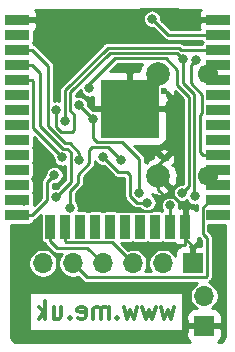
<source format=gbr>
%TF.GenerationSoftware,KiCad,Pcbnew,(5.1.9-0-10_14)*%
%TF.CreationDate,2021-05-15T15:54:00+01:00*%
%TF.ProjectId,Battery,42617474-6572-4792-9e6b-696361645f70,1*%
%TF.SameCoordinates,Original*%
%TF.FileFunction,Copper,L2,Bot*%
%TF.FilePolarity,Positive*%
%FSLAX46Y46*%
G04 Gerber Fmt 4.6, Leading zero omitted, Abs format (unit mm)*
G04 Created by KiCad (PCBNEW (5.1.9-0-10_14)) date 2021-05-15 15:54:00*
%MOMM*%
%LPD*%
G01*
G04 APERTURE LIST*
%TA.AperFunction,NonConductor*%
%ADD10C,0.300000*%
%TD*%
%TA.AperFunction,ComponentPad*%
%ADD11R,1.700000X1.700000*%
%TD*%
%TA.AperFunction,ComponentPad*%
%ADD12O,1.700000X1.700000*%
%TD*%
%TA.AperFunction,SMDPad,CuDef*%
%ADD13R,2.000000X0.900000*%
%TD*%
%TA.AperFunction,SMDPad,CuDef*%
%ADD14R,0.900000X2.000000*%
%TD*%
%TA.AperFunction,SMDPad,CuDef*%
%ADD15R,5.000000X5.000000*%
%TD*%
%TA.AperFunction,ComponentPad*%
%ADD16C,0.350000*%
%TD*%
%TA.AperFunction,ComponentPad*%
%ADD17C,1.700000*%
%TD*%
%TA.AperFunction,ComponentPad*%
%ADD18C,2.000000*%
%TD*%
%TA.AperFunction,ComponentPad*%
%ADD19C,0.600000*%
%TD*%
%TA.AperFunction,ViaPad*%
%ADD20C,0.800000*%
%TD*%
%TA.AperFunction,Conductor*%
%ADD21C,0.250000*%
%TD*%
%TA.AperFunction,Conductor*%
%ADD22C,0.254000*%
%TD*%
%TA.AperFunction,Conductor*%
%ADD23C,0.100000*%
%TD*%
G04 APERTURE END LIST*
D10*
X131485714Y-124178571D02*
X131200000Y-125178571D01*
X130914285Y-124464285D01*
X130628571Y-125178571D01*
X130342857Y-124178571D01*
X129914285Y-124178571D02*
X129628571Y-125178571D01*
X129342857Y-124464285D01*
X129057142Y-125178571D01*
X128771428Y-124178571D01*
X128342857Y-124178571D02*
X128057142Y-125178571D01*
X127771428Y-124464285D01*
X127485714Y-125178571D01*
X127200000Y-124178571D01*
X126628571Y-125035714D02*
X126557142Y-125107142D01*
X126628571Y-125178571D01*
X126700000Y-125107142D01*
X126628571Y-125035714D01*
X126628571Y-125178571D01*
X125914285Y-125178571D02*
X125914285Y-124178571D01*
X125914285Y-124321428D02*
X125842857Y-124250000D01*
X125700000Y-124178571D01*
X125485714Y-124178571D01*
X125342857Y-124250000D01*
X125271428Y-124392857D01*
X125271428Y-125178571D01*
X125271428Y-124392857D02*
X125200000Y-124250000D01*
X125057142Y-124178571D01*
X124842857Y-124178571D01*
X124700000Y-124250000D01*
X124628571Y-124392857D01*
X124628571Y-125178571D01*
X123342857Y-125107142D02*
X123485714Y-125178571D01*
X123771428Y-125178571D01*
X123914285Y-125107142D01*
X123985714Y-124964285D01*
X123985714Y-124392857D01*
X123914285Y-124250000D01*
X123771428Y-124178571D01*
X123485714Y-124178571D01*
X123342857Y-124250000D01*
X123271428Y-124392857D01*
X123271428Y-124535714D01*
X123985714Y-124678571D01*
X122628571Y-125035714D02*
X122557142Y-125107142D01*
X122628571Y-125178571D01*
X122700000Y-125107142D01*
X122628571Y-125035714D01*
X122628571Y-125178571D01*
X121271428Y-124178571D02*
X121271428Y-125178571D01*
X121914285Y-124178571D02*
X121914285Y-124964285D01*
X121842857Y-125107142D01*
X121700000Y-125178571D01*
X121485714Y-125178571D01*
X121342857Y-125107142D01*
X121271428Y-125035714D01*
X120557142Y-125178571D02*
X120557142Y-123678571D01*
X120414285Y-124607142D02*
X119985714Y-125178571D01*
X119985714Y-124178571D02*
X120557142Y-124750000D01*
D11*
%TO.P,J1,1*%
%TO.N,GND*%
X133045000Y-120500000D03*
D12*
%TO.P,J1,2*%
%TO.N,IO1*%
X130505000Y-120500000D03*
%TO.P,J1,3*%
%TO.N,IO2*%
X127965000Y-120500000D03*
%TO.P,J1,4*%
%TO.N,IO3*%
X125425000Y-120500000D03*
%TO.P,J1,5*%
%TO.N,IO4*%
X122885000Y-120500000D03*
%TO.P,J1,6*%
%TO.N,Net-(J1-Pad6)*%
X120345000Y-120500000D03*
%TD*%
D13*
%TO.P,U1,38*%
%TO.N,GND*%
X118200000Y-99895000D03*
%TO.P,U1,37*%
%TO.N,Net-(U1-Pad37)*%
X118200000Y-101165000D03*
%TO.P,U1,36*%
%TO.N,CBUS*%
X118200000Y-102435000D03*
%TO.P,U1,35*%
%TO.N,Net-(Q2-Pad1)*%
X118200000Y-103705000D03*
%TO.P,U1,34*%
%TO.N,I*%
X118200000Y-104975000D03*
%TO.P,U1,33*%
%TO.N,Net-(U1-Pad33)*%
X118200000Y-106245000D03*
%TO.P,U1,32*%
%TO.N,Net-(U1-Pad32)*%
X118200000Y-107515000D03*
%TO.P,U1,31*%
%TO.N,Net-(U1-Pad31)*%
X118200000Y-108785000D03*
%TO.P,U1,30*%
%TO.N,Net-(U1-Pad30)*%
X118200000Y-110055000D03*
%TO.P,U1,29*%
%TO.N,Net-(U1-Pad29)*%
X118200000Y-111325000D03*
%TO.P,U1,28*%
%TO.N,Net-(U1-Pad28)*%
X118200000Y-112595000D03*
%TO.P,U1,27*%
%TO.N,Net-(U1-Pad27)*%
X118200000Y-113865000D03*
%TO.P,U1,26*%
%TO.N,IO5*%
X118200000Y-115135000D03*
%TO.P,U1,25*%
%TO.N,Net-(Q1-Pad1)*%
X118200000Y-116405000D03*
D14*
%TO.P,U1,24*%
%TO.N,IO3*%
X120985000Y-117405000D03*
%TO.P,U1,23*%
%TO.N,IO2*%
X122255000Y-117405000D03*
%TO.P,U1,22*%
%TO.N,Net-(U1-Pad22)*%
X123525000Y-117405000D03*
%TO.P,U1,21*%
%TO.N,Net-(U1-Pad21)*%
X124795000Y-117405000D03*
%TO.P,U1,20*%
%TO.N,Net-(U1-Pad20)*%
X126065000Y-117405000D03*
%TO.P,U1,19*%
%TO.N,Net-(U1-Pad19)*%
X127335000Y-117405000D03*
%TO.P,U1,18*%
%TO.N,Net-(U1-Pad18)*%
X128605000Y-117405000D03*
%TO.P,U1,17*%
%TO.N,Net-(U1-Pad17)*%
X129875000Y-117405000D03*
%TO.P,U1,16*%
%TO.N,IO1*%
X131145000Y-117405000D03*
%TO.P,U1,15*%
%TO.N,GND*%
X132415000Y-117405000D03*
D13*
%TO.P,U1,14*%
%TO.N,Net-(U1-Pad14)*%
X135200000Y-116405000D03*
%TO.P,U1,13*%
%TO.N,IO4*%
X135200000Y-115135000D03*
%TO.P,U1,12*%
%TO.N,GND*%
X135200000Y-113865000D03*
%TO.P,U1,11*%
X135200000Y-112595000D03*
%TO.P,U1,10*%
%TO.N,Net-(D1-Pad1)*%
X135200000Y-111325000D03*
%TO.P,U1,9*%
%TO.N,Net-(U1-Pad9)*%
X135200000Y-110055000D03*
%TO.P,U1,8*%
%TO.N,Net-(U1-Pad8)*%
X135200000Y-108785000D03*
%TO.P,U1,7*%
%TO.N,Net-(U1-Pad7)*%
X135200000Y-107515000D03*
%TO.P,U1,6*%
%TO.N,Net-(U1-Pad6)*%
X135200000Y-106245000D03*
%TO.P,U1,5*%
%TO.N,GND*%
X135200000Y-104975000D03*
%TO.P,U1,4*%
X135200000Y-103705000D03*
%TO.P,U1,3*%
%TO.N,Net-(Q1-Pad3)*%
X135200000Y-102435000D03*
%TO.P,U1,2*%
%TO.N,+3V3*%
X135200000Y-101165000D03*
%TO.P,U1,1*%
%TO.N,GND*%
X135200000Y-99895000D03*
D15*
%TO.P,U1,39*%
X127700000Y-107395000D03*
%TD*%
D16*
%TO.P,U2,21*%
%TO.N,GND*%
X125325000Y-114625000D03*
%TD*%
D12*
%TO.P,J3,2*%
%TO.N,Net-(J3-Pad2)*%
X134000000Y-123260000D03*
D11*
%TO.P,J3,1*%
%TO.N,GND*%
X134000000Y-125800000D03*
%TD*%
D17*
%TO.P,J2,S1*%
%TO.N,GND*%
X134310000Y-104475000D03*
X134310000Y-113125000D03*
D18*
X130130000Y-104475000D03*
X130130000Y-113125000D03*
D19*
X130610000Y-105910000D03*
X130610000Y-111690000D03*
%TD*%
D20*
%TO.N,D+*%
X128496491Y-114526850D03*
X124578269Y-108324985D03*
X123400000Y-107100000D03*
%TO.N,GND*%
X127600000Y-105700000D03*
X127800000Y-99900000D03*
X129300000Y-101200000D03*
X135099978Y-120500000D03*
X119797858Y-113339079D03*
%TO.N,+3V3*%
X129600000Y-99800000D03*
X133263385Y-114841048D03*
X132200000Y-103200000D03*
X121499978Y-107489943D03*
%TO.N,VBUS*%
X129200000Y-115354989D03*
X125434619Y-111502420D03*
%TO.N,IO5*%
X118746112Y-115241552D03*
%TO.N,IO1*%
X131100000Y-115600000D03*
%TO.N,I*%
X122002091Y-111533132D03*
%TO.N,USB3.3*%
X122620319Y-115805000D03*
X126995431Y-111770111D03*
%TO.N,Net-(J3-Pad2)*%
X132124013Y-114525689D03*
X124300000Y-105700000D03*
%TO.N,Net-(Q2-Pad1)*%
X121448357Y-114878641D03*
%TO.N,CBUS*%
X123452103Y-111722555D03*
%TO.N,Net-(Q1-Pad3)*%
X122224988Y-108491963D03*
%TO.N,Net-(D1-Pad1)*%
X133300000Y-103300000D03*
%TO.N,Net-(Q1-Pad1)*%
X121324979Y-113000011D03*
%TD*%
D21*
%TO.N,D+*%
X128496491Y-111632903D02*
X127088576Y-110224988D01*
X128496491Y-114526850D02*
X128496491Y-111632903D01*
X124578269Y-108278269D02*
X123400000Y-107100000D01*
X124578269Y-108324985D02*
X124578269Y-108278269D01*
X124578269Y-109858271D02*
X124944986Y-110224988D01*
X124578269Y-108324985D02*
X124578269Y-109858271D01*
X124944986Y-110224988D02*
X126824988Y-110224988D01*
X127088576Y-110224988D02*
X126824988Y-110224988D01*
%TO.N,GND*%
X127700000Y-106905000D02*
X130130000Y-104475000D01*
X127700000Y-107395000D02*
X127700000Y-106905000D01*
X134840000Y-112595000D02*
X134310000Y-113125000D01*
X135200000Y-112595000D02*
X134840000Y-112595000D01*
X135050000Y-113865000D02*
X134310000Y-113125000D01*
X135200000Y-113865000D02*
X135050000Y-113865000D01*
X134810000Y-104975000D02*
X134310000Y-104475000D01*
X135200000Y-104975000D02*
X134810000Y-104975000D01*
X135080000Y-103705000D02*
X134310000Y-104475000D01*
X135200000Y-103705000D02*
X135080000Y-103705000D01*
X132415000Y-115841996D02*
X132415000Y-117405000D01*
X125325000Y-114625000D02*
X126779999Y-116079999D01*
X130751998Y-114874998D02*
X131448002Y-114874998D01*
X129546997Y-116079999D02*
X130751998Y-114874998D01*
X131448002Y-114874998D02*
X132415000Y-115841996D01*
X126779999Y-116079999D02*
X129546997Y-116079999D01*
X130130000Y-114253000D02*
X130751998Y-114874998D01*
X130130000Y-113125000D02*
X130130000Y-114253000D01*
X135200000Y-99895000D02*
X132595000Y-99895000D01*
X132595000Y-99895000D02*
X131700000Y-99000000D01*
X128700000Y-99000000D02*
X127800000Y-99900000D01*
X131700000Y-99000000D02*
X128700000Y-99000000D01*
X130130000Y-112170000D02*
X130610000Y-111690000D01*
X130130000Y-113125000D02*
X130130000Y-112170000D01*
X132415000Y-118915000D02*
X129185000Y-118915000D01*
X132415000Y-117405000D02*
X132415000Y-118915000D01*
X132415000Y-117405000D02*
X132415000Y-118415000D01*
X133045000Y-119045000D02*
X133045000Y-120500000D01*
X132415000Y-118415000D02*
X133045000Y-119045000D01*
%TO.N,+3V3*%
X130965000Y-101165000D02*
X129600000Y-99800000D01*
X135200000Y-101165000D02*
X130965000Y-101165000D01*
X133263385Y-114841048D02*
X133150009Y-114727672D01*
X133150009Y-113313599D02*
X133135000Y-113298590D01*
X133135000Y-113298590D02*
X133135000Y-106198589D01*
X133135000Y-106198589D02*
X132200000Y-105263590D01*
X133150009Y-114727672D02*
X133150009Y-113313599D01*
X132200000Y-105263590D02*
X132200000Y-103200000D01*
X122800000Y-109400000D02*
X121900000Y-109400000D01*
X122949989Y-107886399D02*
X122949989Y-109250011D01*
X121900000Y-109400000D02*
X121499978Y-108999978D01*
X122674999Y-106025001D02*
X122674999Y-107611409D01*
X121499978Y-108999978D02*
X121499978Y-107489943D01*
X122674999Y-107611409D02*
X122949989Y-107886399D01*
X126018195Y-102681805D02*
X122674999Y-106025001D01*
X131681805Y-102681805D02*
X126018195Y-102681805D01*
X122949989Y-109250011D02*
X122800000Y-109400000D01*
X132200000Y-103200000D02*
X131681805Y-102681805D01*
%TO.N,VBUS*%
X128289304Y-115354989D02*
X129200000Y-115354989D01*
X125434619Y-111502420D02*
X126732199Y-112800000D01*
X126732199Y-112800000D02*
X127500000Y-112800000D01*
X127767157Y-113067157D02*
X127767157Y-114832843D01*
X127500000Y-112800000D02*
X127767157Y-113067157D01*
X127767157Y-114832843D02*
X128289304Y-115354989D01*
%TO.N,IO5*%
X118200000Y-115135000D02*
X118639560Y-115135000D01*
X118639560Y-115135000D02*
X118746112Y-115241552D01*
%TO.N,IO4*%
X133874999Y-115798003D02*
X134538002Y-115135000D01*
X133874999Y-117980003D02*
X133874999Y-115798003D01*
X134220001Y-121610001D02*
X134220001Y-118325005D01*
X134538002Y-115135000D02*
X135200000Y-115135000D01*
X134220001Y-118325005D02*
X133874999Y-117980003D01*
X134155001Y-121675001D02*
X134220001Y-121610001D01*
X124060001Y-121675001D02*
X134155001Y-121675001D01*
X122885000Y-120500000D02*
X124060001Y-121675001D01*
%TO.N,IO3*%
X124105012Y-119180012D02*
X121510012Y-119180012D01*
X125425000Y-120500000D02*
X124105012Y-119180012D01*
X121510012Y-119180012D02*
X120985000Y-118655000D01*
X120985000Y-118655000D02*
X120985000Y-117405000D01*
%TO.N,IO2*%
X126195001Y-118730001D02*
X127965000Y-120500000D01*
X122330001Y-118730001D02*
X126195001Y-118730001D01*
X122255000Y-118655000D02*
X122330001Y-118730001D01*
X122255000Y-117405000D02*
X122255000Y-118655000D01*
%TO.N,IO1*%
X131145000Y-117405000D02*
X131145000Y-115645000D01*
X131145000Y-115645000D02*
X131100000Y-115600000D01*
%TO.N,I*%
X118200000Y-104975000D02*
X119450000Y-104975000D01*
X119450000Y-104975000D02*
X119549969Y-105074969D01*
X119549969Y-109081010D02*
X122002091Y-111533132D01*
X119549969Y-105074969D02*
X119549969Y-109081010D01*
%TO.N,USB3.3*%
X125900319Y-110674999D02*
X126995431Y-111770111D01*
X124488590Y-110674999D02*
X125900319Y-110674999D01*
X124249989Y-110913600D02*
X124488590Y-110674999D01*
X123300000Y-113700000D02*
X123300000Y-113000000D01*
X124249989Y-112050011D02*
X124249989Y-110913600D01*
X122620319Y-114379681D02*
X123300000Y-113700000D01*
X123300000Y-113000000D02*
X124249989Y-112050011D01*
X122620319Y-115805000D02*
X122620319Y-114379681D01*
%TO.N,Net-(J3-Pad2)*%
X132684989Y-113484989D02*
X132699999Y-113499999D01*
X132699999Y-113949703D02*
X132524012Y-114125690D01*
X132524012Y-114125690D02*
X132124013Y-114525689D01*
X130747818Y-103131816D02*
X131724014Y-104108012D01*
X132699999Y-113499999D02*
X132699999Y-113949703D01*
X131724014Y-105424014D02*
X132684989Y-106384989D01*
X132684989Y-106384989D02*
X132684989Y-113484989D01*
X126468184Y-103131816D02*
X130747818Y-103131816D01*
X124520043Y-105079957D02*
X126468184Y-103131816D01*
X131724014Y-104108012D02*
X131724014Y-105424014D01*
X124300000Y-105300000D02*
X124520043Y-105079957D01*
X124300000Y-105700000D02*
X124300000Y-105300000D01*
%TO.N,Net-(Q2-Pad1)*%
X119450000Y-103705000D02*
X120099980Y-104354980D01*
X122727101Y-113599897D02*
X121448357Y-114878641D01*
X118200000Y-103705000D02*
X119450000Y-103705000D01*
X120099980Y-104354980D02*
X120099980Y-108872801D01*
X122027200Y-110800022D02*
X122427202Y-110800022D01*
X122427202Y-110800022D02*
X122727101Y-111099921D01*
X122727101Y-111099921D02*
X122727101Y-113599897D01*
X120099980Y-108872801D02*
X122027200Y-110800022D01*
%TO.N,CBUS*%
X122645245Y-110350011D02*
X123452103Y-111156870D01*
X122213600Y-110350011D02*
X122645245Y-110350011D01*
X118200000Y-102435000D02*
X119450000Y-102435000D01*
X120774976Y-103759976D02*
X120774976Y-108911387D01*
X123452103Y-111156870D02*
X123452103Y-111722555D01*
X119450000Y-102435000D02*
X120774976Y-103759976D01*
X120774976Y-108911387D02*
X122213600Y-110350011D01*
%TO.N,Net-(Q1-Pad3)*%
X122224988Y-105838600D02*
X122224988Y-108491963D01*
X135200000Y-102435000D02*
X132071411Y-102435000D01*
X125831794Y-102231794D02*
X122224988Y-105838600D01*
X131868205Y-102231794D02*
X125831794Y-102231794D01*
X132071411Y-102435000D02*
X131868205Y-102231794D01*
%TO.N,Net-(D1-Pad1)*%
X132900001Y-105263591D02*
X133850009Y-106213599D01*
X133662500Y-111037500D02*
X133950000Y-111325000D01*
X133300000Y-103300000D02*
X132900001Y-103699999D01*
X133850009Y-106213599D02*
X133850009Y-107786401D01*
X132900001Y-103699999D02*
X132900001Y-105263591D01*
X133850009Y-107786401D02*
X133662500Y-107973910D01*
X133662500Y-107973910D02*
X133662500Y-111037500D01*
X133950000Y-111325000D02*
X135200000Y-111325000D01*
%TO.N,Net-(Q1-Pad1)*%
X119458573Y-116405000D02*
X120723355Y-115140218D01*
X120723355Y-113601635D02*
X121324979Y-113000011D01*
X120723355Y-115140218D02*
X120723355Y-113601635D01*
X118200000Y-116405000D02*
X119458573Y-116405000D01*
%TD*%
D22*
%TO.N,GND*%
X120156176Y-118405000D02*
X120163455Y-118478905D01*
X120185012Y-118549970D01*
X120220019Y-118615463D01*
X120267131Y-118672869D01*
X120324537Y-118719981D01*
X120390030Y-118754988D01*
X120461095Y-118776545D01*
X120498397Y-118780219D01*
X120518969Y-118848035D01*
X120565583Y-118935245D01*
X120628316Y-119011684D01*
X120647467Y-119027401D01*
X121137615Y-119517550D01*
X121153328Y-119536696D01*
X121229767Y-119599429D01*
X121316976Y-119646043D01*
X121411603Y-119674748D01*
X121485359Y-119682012D01*
X121485368Y-119682012D01*
X121510011Y-119684439D01*
X121534654Y-119682012D01*
X121967748Y-119682012D01*
X121931927Y-119717833D01*
X121797647Y-119918798D01*
X121705153Y-120142097D01*
X121658000Y-120379151D01*
X121658000Y-120620849D01*
X121705153Y-120857903D01*
X121797647Y-121081202D01*
X121931927Y-121282167D01*
X122102833Y-121453073D01*
X122303798Y-121587353D01*
X122527097Y-121679847D01*
X122764151Y-121727000D01*
X123005849Y-121727000D01*
X123242903Y-121679847D01*
X123322105Y-121647040D01*
X123687604Y-122012539D01*
X123703317Y-122031685D01*
X123779756Y-122094418D01*
X123866965Y-122141032D01*
X123961592Y-122169737D01*
X124035348Y-122177001D01*
X124035357Y-122177001D01*
X124060000Y-122179428D01*
X124084643Y-122177001D01*
X133412282Y-122177001D01*
X133217833Y-122306927D01*
X133046927Y-122477833D01*
X132912647Y-122678798D01*
X132820153Y-122902097D01*
X132773000Y-123139151D01*
X132773000Y-123380849D01*
X132820153Y-123617903D01*
X132912647Y-123841202D01*
X133046927Y-124042167D01*
X133217833Y-124213073D01*
X133367553Y-124313112D01*
X133150000Y-124311928D01*
X133025518Y-124324188D01*
X132905820Y-124360498D01*
X132795506Y-124419463D01*
X132698815Y-124498815D01*
X132619463Y-124595506D01*
X132560498Y-124705820D01*
X132524188Y-124825518D01*
X132511928Y-124950000D01*
X132515000Y-125514250D01*
X132673750Y-125673000D01*
X133873000Y-125673000D01*
X133873000Y-125653000D01*
X134127000Y-125653000D01*
X134127000Y-125673000D01*
X135326250Y-125673000D01*
X135485000Y-125514250D01*
X135488072Y-124950000D01*
X135475812Y-124825518D01*
X135439502Y-124705820D01*
X135380537Y-124595506D01*
X135301185Y-124498815D01*
X135204494Y-124419463D01*
X135094180Y-124360498D01*
X134974482Y-124324188D01*
X134850000Y-124311928D01*
X134632447Y-124313112D01*
X134782167Y-124213073D01*
X134953073Y-124042167D01*
X135087353Y-123841202D01*
X135179847Y-123617903D01*
X135227000Y-123380849D01*
X135227000Y-123139151D01*
X135179847Y-122902097D01*
X135087353Y-122678798D01*
X134953073Y-122477833D01*
X134782167Y-122306927D01*
X134581202Y-122172647D01*
X134416514Y-122104431D01*
X134435246Y-122094418D01*
X134511685Y-122031685D01*
X134527403Y-122012533D01*
X134557533Y-121982403D01*
X134576685Y-121966685D01*
X134639418Y-121890246D01*
X134686032Y-121803037D01*
X134714737Y-121708410D01*
X134722001Y-121634654D01*
X134722001Y-121634644D01*
X134724428Y-121610001D01*
X134722001Y-121585358D01*
X134722001Y-118349650D01*
X134724428Y-118325005D01*
X134722001Y-118300359D01*
X134722001Y-118300352D01*
X134714737Y-118226596D01*
X134698491Y-118173039D01*
X134686032Y-118131968D01*
X134639418Y-118044759D01*
X134592401Y-117987470D01*
X134592398Y-117987467D01*
X134576685Y-117968321D01*
X134557538Y-117952608D01*
X134376999Y-117772069D01*
X134376999Y-117233824D01*
X135773000Y-117233824D01*
X135773000Y-126579117D01*
X135760078Y-126710899D01*
X135727873Y-126817570D01*
X135675558Y-126915961D01*
X135605130Y-127002313D01*
X135519270Y-127073343D01*
X135421255Y-127126339D01*
X135314807Y-127159290D01*
X135217983Y-127169467D01*
X135301185Y-127101185D01*
X135380537Y-127004494D01*
X135439502Y-126894180D01*
X135475812Y-126774482D01*
X135488072Y-126650000D01*
X135485000Y-126085750D01*
X135326250Y-125927000D01*
X134127000Y-125927000D01*
X134127000Y-125947000D01*
X133873000Y-125947000D01*
X133873000Y-125927000D01*
X132673750Y-125927000D01*
X132515000Y-126085750D01*
X132511928Y-126650000D01*
X132524188Y-126774482D01*
X132560498Y-126894180D01*
X132619463Y-127004494D01*
X132698815Y-127101185D01*
X132786322Y-127173000D01*
X118220883Y-127173000D01*
X118089101Y-127160078D01*
X117982430Y-127127873D01*
X117884039Y-127075558D01*
X117797687Y-127005130D01*
X117726657Y-126919270D01*
X117673661Y-126821255D01*
X117640710Y-126714807D01*
X117627000Y-126584371D01*
X117627000Y-122968000D01*
X119173000Y-122968000D01*
X119173000Y-126272000D01*
X132227000Y-126272000D01*
X132227000Y-122968000D01*
X119173000Y-122968000D01*
X117627000Y-122968000D01*
X117627000Y-120379151D01*
X119118000Y-120379151D01*
X119118000Y-120620849D01*
X119165153Y-120857903D01*
X119257647Y-121081202D01*
X119391927Y-121282167D01*
X119562833Y-121453073D01*
X119763798Y-121587353D01*
X119987097Y-121679847D01*
X120224151Y-121727000D01*
X120465849Y-121727000D01*
X120702903Y-121679847D01*
X120926202Y-121587353D01*
X121127167Y-121453073D01*
X121298073Y-121282167D01*
X121432353Y-121081202D01*
X121524847Y-120857903D01*
X121572000Y-120620849D01*
X121572000Y-120379151D01*
X121524847Y-120142097D01*
X121432353Y-119918798D01*
X121298073Y-119717833D01*
X121127167Y-119546927D01*
X120926202Y-119412647D01*
X120702903Y-119320153D01*
X120465849Y-119273000D01*
X120224151Y-119273000D01*
X119987097Y-119320153D01*
X119763798Y-119412647D01*
X119562833Y-119546927D01*
X119391927Y-119717833D01*
X119257647Y-119918798D01*
X119165153Y-120142097D01*
X119118000Y-120379151D01*
X117627000Y-120379151D01*
X117627000Y-117233824D01*
X119200000Y-117233824D01*
X119273905Y-117226545D01*
X119344970Y-117204988D01*
X119410463Y-117169981D01*
X119467869Y-117122869D01*
X119514981Y-117065463D01*
X119549988Y-116999970D01*
X119571545Y-116928905D01*
X119574955Y-116894284D01*
X119651609Y-116871031D01*
X119738818Y-116824417D01*
X119815257Y-116761684D01*
X119830974Y-116742533D01*
X120156176Y-116417332D01*
X120156176Y-118405000D01*
%TA.AperFunction,Conductor*%
D23*
G36*
X120156176Y-118405000D02*
G01*
X120163455Y-118478905D01*
X120185012Y-118549970D01*
X120220019Y-118615463D01*
X120267131Y-118672869D01*
X120324537Y-118719981D01*
X120390030Y-118754988D01*
X120461095Y-118776545D01*
X120498397Y-118780219D01*
X120518969Y-118848035D01*
X120565583Y-118935245D01*
X120628316Y-119011684D01*
X120647467Y-119027401D01*
X121137615Y-119517550D01*
X121153328Y-119536696D01*
X121229767Y-119599429D01*
X121316976Y-119646043D01*
X121411603Y-119674748D01*
X121485359Y-119682012D01*
X121485368Y-119682012D01*
X121510011Y-119684439D01*
X121534654Y-119682012D01*
X121967748Y-119682012D01*
X121931927Y-119717833D01*
X121797647Y-119918798D01*
X121705153Y-120142097D01*
X121658000Y-120379151D01*
X121658000Y-120620849D01*
X121705153Y-120857903D01*
X121797647Y-121081202D01*
X121931927Y-121282167D01*
X122102833Y-121453073D01*
X122303798Y-121587353D01*
X122527097Y-121679847D01*
X122764151Y-121727000D01*
X123005849Y-121727000D01*
X123242903Y-121679847D01*
X123322105Y-121647040D01*
X123687604Y-122012539D01*
X123703317Y-122031685D01*
X123779756Y-122094418D01*
X123866965Y-122141032D01*
X123961592Y-122169737D01*
X124035348Y-122177001D01*
X124035357Y-122177001D01*
X124060000Y-122179428D01*
X124084643Y-122177001D01*
X133412282Y-122177001D01*
X133217833Y-122306927D01*
X133046927Y-122477833D01*
X132912647Y-122678798D01*
X132820153Y-122902097D01*
X132773000Y-123139151D01*
X132773000Y-123380849D01*
X132820153Y-123617903D01*
X132912647Y-123841202D01*
X133046927Y-124042167D01*
X133217833Y-124213073D01*
X133367553Y-124313112D01*
X133150000Y-124311928D01*
X133025518Y-124324188D01*
X132905820Y-124360498D01*
X132795506Y-124419463D01*
X132698815Y-124498815D01*
X132619463Y-124595506D01*
X132560498Y-124705820D01*
X132524188Y-124825518D01*
X132511928Y-124950000D01*
X132515000Y-125514250D01*
X132673750Y-125673000D01*
X133873000Y-125673000D01*
X133873000Y-125653000D01*
X134127000Y-125653000D01*
X134127000Y-125673000D01*
X135326250Y-125673000D01*
X135485000Y-125514250D01*
X135488072Y-124950000D01*
X135475812Y-124825518D01*
X135439502Y-124705820D01*
X135380537Y-124595506D01*
X135301185Y-124498815D01*
X135204494Y-124419463D01*
X135094180Y-124360498D01*
X134974482Y-124324188D01*
X134850000Y-124311928D01*
X134632447Y-124313112D01*
X134782167Y-124213073D01*
X134953073Y-124042167D01*
X135087353Y-123841202D01*
X135179847Y-123617903D01*
X135227000Y-123380849D01*
X135227000Y-123139151D01*
X135179847Y-122902097D01*
X135087353Y-122678798D01*
X134953073Y-122477833D01*
X134782167Y-122306927D01*
X134581202Y-122172647D01*
X134416514Y-122104431D01*
X134435246Y-122094418D01*
X134511685Y-122031685D01*
X134527403Y-122012533D01*
X134557533Y-121982403D01*
X134576685Y-121966685D01*
X134639418Y-121890246D01*
X134686032Y-121803037D01*
X134714737Y-121708410D01*
X134722001Y-121634654D01*
X134722001Y-121634644D01*
X134724428Y-121610001D01*
X134722001Y-121585358D01*
X134722001Y-118349650D01*
X134724428Y-118325005D01*
X134722001Y-118300359D01*
X134722001Y-118300352D01*
X134714737Y-118226596D01*
X134698491Y-118173039D01*
X134686032Y-118131968D01*
X134639418Y-118044759D01*
X134592401Y-117987470D01*
X134592398Y-117987467D01*
X134576685Y-117968321D01*
X134557538Y-117952608D01*
X134376999Y-117772069D01*
X134376999Y-117233824D01*
X135773000Y-117233824D01*
X135773000Y-126579117D01*
X135760078Y-126710899D01*
X135727873Y-126817570D01*
X135675558Y-126915961D01*
X135605130Y-127002313D01*
X135519270Y-127073343D01*
X135421255Y-127126339D01*
X135314807Y-127159290D01*
X135217983Y-127169467D01*
X135301185Y-127101185D01*
X135380537Y-127004494D01*
X135439502Y-126894180D01*
X135475812Y-126774482D01*
X135488072Y-126650000D01*
X135485000Y-126085750D01*
X135326250Y-125927000D01*
X134127000Y-125927000D01*
X134127000Y-125947000D01*
X133873000Y-125947000D01*
X133873000Y-125927000D01*
X132673750Y-125927000D01*
X132515000Y-126085750D01*
X132511928Y-126650000D01*
X132524188Y-126774482D01*
X132560498Y-126894180D01*
X132619463Y-127004494D01*
X132698815Y-127101185D01*
X132786322Y-127173000D01*
X118220883Y-127173000D01*
X118089101Y-127160078D01*
X117982430Y-127127873D01*
X117884039Y-127075558D01*
X117797687Y-127005130D01*
X117726657Y-126919270D01*
X117673661Y-126821255D01*
X117640710Y-126714807D01*
X117627000Y-126584371D01*
X117627000Y-122968000D01*
X119173000Y-122968000D01*
X119173000Y-126272000D01*
X132227000Y-126272000D01*
X132227000Y-122968000D01*
X119173000Y-122968000D01*
X117627000Y-122968000D01*
X117627000Y-120379151D01*
X119118000Y-120379151D01*
X119118000Y-120620849D01*
X119165153Y-120857903D01*
X119257647Y-121081202D01*
X119391927Y-121282167D01*
X119562833Y-121453073D01*
X119763798Y-121587353D01*
X119987097Y-121679847D01*
X120224151Y-121727000D01*
X120465849Y-121727000D01*
X120702903Y-121679847D01*
X120926202Y-121587353D01*
X121127167Y-121453073D01*
X121298073Y-121282167D01*
X121432353Y-121081202D01*
X121524847Y-120857903D01*
X121572000Y-120620849D01*
X121572000Y-120379151D01*
X121524847Y-120142097D01*
X121432353Y-119918798D01*
X121298073Y-119717833D01*
X121127167Y-119546927D01*
X120926202Y-119412647D01*
X120702903Y-119320153D01*
X120465849Y-119273000D01*
X120224151Y-119273000D01*
X119987097Y-119320153D01*
X119763798Y-119412647D01*
X119562833Y-119546927D01*
X119391927Y-119717833D01*
X119257647Y-119918798D01*
X119165153Y-120142097D01*
X119118000Y-120379151D01*
X117627000Y-120379151D01*
X117627000Y-117233824D01*
X119200000Y-117233824D01*
X119273905Y-117226545D01*
X119344970Y-117204988D01*
X119410463Y-117169981D01*
X119467869Y-117122869D01*
X119514981Y-117065463D01*
X119549988Y-116999970D01*
X119571545Y-116928905D01*
X119574955Y-116894284D01*
X119651609Y-116871031D01*
X119738818Y-116824417D01*
X119815257Y-116761684D01*
X119830974Y-116742533D01*
X120156176Y-116417332D01*
X120156176Y-118405000D01*
G37*
%TD.AperFunction*%
D22*
X130550030Y-118754988D02*
X130621095Y-118776545D01*
X130695000Y-118783824D01*
X131454430Y-118783824D01*
X131513815Y-118856185D01*
X131610506Y-118935537D01*
X131720820Y-118994502D01*
X131840518Y-119030812D01*
X131965000Y-119043072D01*
X132011109Y-119042210D01*
X131950820Y-119060498D01*
X131840506Y-119119463D01*
X131743815Y-119198815D01*
X131664463Y-119295506D01*
X131605498Y-119405820D01*
X131569188Y-119525518D01*
X131556928Y-119650000D01*
X131558112Y-119867553D01*
X131458073Y-119717833D01*
X131287167Y-119546927D01*
X131086202Y-119412647D01*
X130862903Y-119320153D01*
X130625849Y-119273000D01*
X130384151Y-119273000D01*
X130147097Y-119320153D01*
X129923798Y-119412647D01*
X129722833Y-119546927D01*
X129551927Y-119717833D01*
X129417647Y-119918798D01*
X129325153Y-120142097D01*
X129278000Y-120379151D01*
X129278000Y-120620849D01*
X129325153Y-120857903D01*
X129417647Y-121081202D01*
X129478985Y-121173001D01*
X128991015Y-121173001D01*
X129052353Y-121081202D01*
X129144847Y-120857903D01*
X129192000Y-120620849D01*
X129192000Y-120379151D01*
X129144847Y-120142097D01*
X129052353Y-119918798D01*
X128918073Y-119717833D01*
X128747167Y-119546927D01*
X128546202Y-119412647D01*
X128322903Y-119320153D01*
X128085849Y-119273000D01*
X127844151Y-119273000D01*
X127607097Y-119320153D01*
X127527895Y-119352960D01*
X126958758Y-118783824D01*
X127785000Y-118783824D01*
X127858905Y-118776545D01*
X127929970Y-118754988D01*
X127970000Y-118733591D01*
X128010030Y-118754988D01*
X128081095Y-118776545D01*
X128155000Y-118783824D01*
X129055000Y-118783824D01*
X129128905Y-118776545D01*
X129199970Y-118754988D01*
X129240000Y-118733591D01*
X129280030Y-118754988D01*
X129351095Y-118776545D01*
X129425000Y-118783824D01*
X130325000Y-118783824D01*
X130398905Y-118776545D01*
X130469970Y-118754988D01*
X130510000Y-118733591D01*
X130550030Y-118754988D01*
%TA.AperFunction,Conductor*%
D23*
G36*
X130550030Y-118754988D02*
G01*
X130621095Y-118776545D01*
X130695000Y-118783824D01*
X131454430Y-118783824D01*
X131513815Y-118856185D01*
X131610506Y-118935537D01*
X131720820Y-118994502D01*
X131840518Y-119030812D01*
X131965000Y-119043072D01*
X132011109Y-119042210D01*
X131950820Y-119060498D01*
X131840506Y-119119463D01*
X131743815Y-119198815D01*
X131664463Y-119295506D01*
X131605498Y-119405820D01*
X131569188Y-119525518D01*
X131556928Y-119650000D01*
X131558112Y-119867553D01*
X131458073Y-119717833D01*
X131287167Y-119546927D01*
X131086202Y-119412647D01*
X130862903Y-119320153D01*
X130625849Y-119273000D01*
X130384151Y-119273000D01*
X130147097Y-119320153D01*
X129923798Y-119412647D01*
X129722833Y-119546927D01*
X129551927Y-119717833D01*
X129417647Y-119918798D01*
X129325153Y-120142097D01*
X129278000Y-120379151D01*
X129278000Y-120620849D01*
X129325153Y-120857903D01*
X129417647Y-121081202D01*
X129478985Y-121173001D01*
X128991015Y-121173001D01*
X129052353Y-121081202D01*
X129144847Y-120857903D01*
X129192000Y-120620849D01*
X129192000Y-120379151D01*
X129144847Y-120142097D01*
X129052353Y-119918798D01*
X128918073Y-119717833D01*
X128747167Y-119546927D01*
X128546202Y-119412647D01*
X128322903Y-119320153D01*
X128085849Y-119273000D01*
X127844151Y-119273000D01*
X127607097Y-119320153D01*
X127527895Y-119352960D01*
X126958758Y-118783824D01*
X127785000Y-118783824D01*
X127858905Y-118776545D01*
X127929970Y-118754988D01*
X127970000Y-118733591D01*
X128010030Y-118754988D01*
X128081095Y-118776545D01*
X128155000Y-118783824D01*
X129055000Y-118783824D01*
X129128905Y-118776545D01*
X129199970Y-118754988D01*
X129240000Y-118733591D01*
X129280030Y-118754988D01*
X129351095Y-118776545D01*
X129425000Y-118783824D01*
X130325000Y-118783824D01*
X130398905Y-118776545D01*
X130469970Y-118754988D01*
X130510000Y-118733591D01*
X130550030Y-118754988D01*
G37*
%TD.AperFunction*%
D22*
X133518315Y-118336687D02*
X133537466Y-118352404D01*
X133718002Y-118532940D01*
X133718002Y-119012892D01*
X133330750Y-119015000D01*
X133172000Y-119173750D01*
X133172000Y-120373000D01*
X133192000Y-120373000D01*
X133192000Y-120627000D01*
X133172000Y-120627000D01*
X133172000Y-120647000D01*
X132918000Y-120647000D01*
X132918000Y-120627000D01*
X132898000Y-120627000D01*
X132898000Y-120373000D01*
X132918000Y-120373000D01*
X132918000Y-119173750D01*
X132785841Y-119041591D01*
X132865000Y-119043072D01*
X132989482Y-119030812D01*
X133109180Y-118994502D01*
X133219494Y-118935537D01*
X133316185Y-118856185D01*
X133395537Y-118759494D01*
X133454502Y-118649180D01*
X133490812Y-118529482D01*
X133503072Y-118405000D01*
X133502696Y-118317656D01*
X133518315Y-118336687D01*
%TA.AperFunction,Conductor*%
D23*
G36*
X133518315Y-118336687D02*
G01*
X133537466Y-118352404D01*
X133718002Y-118532940D01*
X133718002Y-119012892D01*
X133330750Y-119015000D01*
X133172000Y-119173750D01*
X133172000Y-120373000D01*
X133192000Y-120373000D01*
X133192000Y-120627000D01*
X133172000Y-120627000D01*
X133172000Y-120647000D01*
X132918000Y-120647000D01*
X132918000Y-120627000D01*
X132898000Y-120627000D01*
X132898000Y-120373000D01*
X132918000Y-120373000D01*
X132918000Y-119173750D01*
X132785841Y-119041591D01*
X132865000Y-119043072D01*
X132989482Y-119030812D01*
X133109180Y-118994502D01*
X133219494Y-118935537D01*
X133316185Y-118856185D01*
X133395537Y-118759494D01*
X133454502Y-118649180D01*
X133490812Y-118529482D01*
X133503072Y-118405000D01*
X133502696Y-118317656D01*
X133518315Y-118336687D01*
G37*
%TD.AperFunction*%
D22*
X132574816Y-115209096D02*
X132659849Y-115336357D01*
X132768076Y-115444584D01*
X132895337Y-115529617D01*
X133036742Y-115588189D01*
X133186857Y-115618048D01*
X133339913Y-115618048D01*
X133409361Y-115604234D01*
X133408969Y-115604967D01*
X133380264Y-115699594D01*
X133370572Y-115798003D01*
X133373000Y-115822656D01*
X133373000Y-116023044D01*
X133316185Y-115953815D01*
X133219494Y-115874463D01*
X133109180Y-115815498D01*
X132989482Y-115779188D01*
X132865000Y-115766928D01*
X132700750Y-115770000D01*
X132542000Y-115928750D01*
X132542000Y-117278000D01*
X132562000Y-117278000D01*
X132562000Y-117532000D01*
X132542000Y-117532000D01*
X132542000Y-117552000D01*
X132288000Y-117552000D01*
X132288000Y-117532000D01*
X132268000Y-117532000D01*
X132268000Y-117278000D01*
X132288000Y-117278000D01*
X132288000Y-115928750D01*
X132129250Y-115770000D01*
X131965000Y-115766928D01*
X131856901Y-115777574D01*
X131877000Y-115676528D01*
X131877000Y-115523472D01*
X131847141Y-115373357D01*
X131788569Y-115231952D01*
X131784699Y-115226160D01*
X131897370Y-115272830D01*
X132047485Y-115302689D01*
X132200541Y-115302689D01*
X132350656Y-115272830D01*
X132492061Y-115214258D01*
X132558552Y-115169830D01*
X132574816Y-115209096D01*
%TA.AperFunction,Conductor*%
D23*
G36*
X132574816Y-115209096D02*
G01*
X132659849Y-115336357D01*
X132768076Y-115444584D01*
X132895337Y-115529617D01*
X133036742Y-115588189D01*
X133186857Y-115618048D01*
X133339913Y-115618048D01*
X133409361Y-115604234D01*
X133408969Y-115604967D01*
X133380264Y-115699594D01*
X133370572Y-115798003D01*
X133373000Y-115822656D01*
X133373000Y-116023044D01*
X133316185Y-115953815D01*
X133219494Y-115874463D01*
X133109180Y-115815498D01*
X132989482Y-115779188D01*
X132865000Y-115766928D01*
X132700750Y-115770000D01*
X132542000Y-115928750D01*
X132542000Y-117278000D01*
X132562000Y-117278000D01*
X132562000Y-117532000D01*
X132542000Y-117532000D01*
X132542000Y-117552000D01*
X132288000Y-117552000D01*
X132288000Y-117532000D01*
X132268000Y-117532000D01*
X132268000Y-117278000D01*
X132288000Y-117278000D01*
X132288000Y-115928750D01*
X132129250Y-115770000D01*
X131965000Y-115766928D01*
X131856901Y-115777574D01*
X131877000Y-115676528D01*
X131877000Y-115523472D01*
X131847141Y-115373357D01*
X131788569Y-115231952D01*
X131784699Y-115226160D01*
X131897370Y-115272830D01*
X132047485Y-115302689D01*
X132200541Y-115302689D01*
X132350656Y-115272830D01*
X132492061Y-115214258D01*
X132558552Y-115169830D01*
X132574816Y-115209096D01*
G37*
%TD.AperFunction*%
D22*
X124831083Y-111997729D02*
X124939310Y-112105956D01*
X125066571Y-112190989D01*
X125207976Y-112249561D01*
X125358091Y-112279420D01*
X125501685Y-112279420D01*
X126359802Y-113137538D01*
X126375515Y-113156684D01*
X126394661Y-113172397D01*
X126394663Y-113172399D01*
X126428515Y-113200181D01*
X126451954Y-113219417D01*
X126539163Y-113266031D01*
X126633790Y-113294736D01*
X126707546Y-113302000D01*
X126707555Y-113302000D01*
X126732198Y-113304427D01*
X126756841Y-113302000D01*
X127265157Y-113302000D01*
X127265158Y-114808191D01*
X127262730Y-114832843D01*
X127272422Y-114931252D01*
X127301127Y-115025880D01*
X127347741Y-115113088D01*
X127394758Y-115170378D01*
X127394761Y-115170381D01*
X127410474Y-115189527D01*
X127429620Y-115205240D01*
X127916907Y-115692527D01*
X127932620Y-115711673D01*
X127951766Y-115727386D01*
X127951769Y-115727389D01*
X127972664Y-115744537D01*
X128009059Y-115774406D01*
X128096268Y-115821020D01*
X128190895Y-115849725D01*
X128264651Y-115856989D01*
X128264659Y-115856989D01*
X128289304Y-115859416D01*
X128313947Y-115856989D01*
X128603155Y-115856989D01*
X128704691Y-115958525D01*
X128805938Y-116026176D01*
X128155000Y-116026176D01*
X128081095Y-116033455D01*
X128010030Y-116055012D01*
X127970000Y-116076409D01*
X127929970Y-116055012D01*
X127858905Y-116033455D01*
X127785000Y-116026176D01*
X126885000Y-116026176D01*
X126811095Y-116033455D01*
X126740030Y-116055012D01*
X126700000Y-116076409D01*
X126659970Y-116055012D01*
X126588905Y-116033455D01*
X126515000Y-116026176D01*
X125615000Y-116026176D01*
X125541095Y-116033455D01*
X125470030Y-116055012D01*
X125430000Y-116076409D01*
X125389970Y-116055012D01*
X125318905Y-116033455D01*
X125245000Y-116026176D01*
X124345000Y-116026176D01*
X124271095Y-116033455D01*
X124200030Y-116055012D01*
X124160000Y-116076409D01*
X124119970Y-116055012D01*
X124048905Y-116033455D01*
X123975000Y-116026176D01*
X123368547Y-116026176D01*
X123397319Y-115881528D01*
X123397319Y-115728472D01*
X123367460Y-115578357D01*
X123308888Y-115436952D01*
X123223855Y-115309691D01*
X123122319Y-115208155D01*
X123122319Y-114587615D01*
X123637538Y-114072397D01*
X123656684Y-114056684D01*
X123687354Y-114019314D01*
X123719416Y-113980246D01*
X123719417Y-113980245D01*
X123766031Y-113893036D01*
X123794736Y-113798409D01*
X123802000Y-113724653D01*
X123802000Y-113724644D01*
X123804427Y-113700001D01*
X123802000Y-113675358D01*
X123802000Y-113207934D01*
X124587527Y-112422408D01*
X124606673Y-112406695D01*
X124633796Y-112373647D01*
X124669405Y-112330257D01*
X124671632Y-112326091D01*
X124716020Y-112243047D01*
X124744725Y-112148420D01*
X124751989Y-112074664D01*
X124751989Y-112074655D01*
X124754416Y-112050012D01*
X124751989Y-112025369D01*
X124751989Y-111879356D01*
X124831083Y-111997729D01*
%TA.AperFunction,Conductor*%
D23*
G36*
X124831083Y-111997729D02*
G01*
X124939310Y-112105956D01*
X125066571Y-112190989D01*
X125207976Y-112249561D01*
X125358091Y-112279420D01*
X125501685Y-112279420D01*
X126359802Y-113137538D01*
X126375515Y-113156684D01*
X126394661Y-113172397D01*
X126394663Y-113172399D01*
X126428515Y-113200181D01*
X126451954Y-113219417D01*
X126539163Y-113266031D01*
X126633790Y-113294736D01*
X126707546Y-113302000D01*
X126707555Y-113302000D01*
X126732198Y-113304427D01*
X126756841Y-113302000D01*
X127265157Y-113302000D01*
X127265158Y-114808191D01*
X127262730Y-114832843D01*
X127272422Y-114931252D01*
X127301127Y-115025880D01*
X127347741Y-115113088D01*
X127394758Y-115170378D01*
X127394761Y-115170381D01*
X127410474Y-115189527D01*
X127429620Y-115205240D01*
X127916907Y-115692527D01*
X127932620Y-115711673D01*
X127951766Y-115727386D01*
X127951769Y-115727389D01*
X127972664Y-115744537D01*
X128009059Y-115774406D01*
X128096268Y-115821020D01*
X128190895Y-115849725D01*
X128264651Y-115856989D01*
X128264659Y-115856989D01*
X128289304Y-115859416D01*
X128313947Y-115856989D01*
X128603155Y-115856989D01*
X128704691Y-115958525D01*
X128805938Y-116026176D01*
X128155000Y-116026176D01*
X128081095Y-116033455D01*
X128010030Y-116055012D01*
X127970000Y-116076409D01*
X127929970Y-116055012D01*
X127858905Y-116033455D01*
X127785000Y-116026176D01*
X126885000Y-116026176D01*
X126811095Y-116033455D01*
X126740030Y-116055012D01*
X126700000Y-116076409D01*
X126659970Y-116055012D01*
X126588905Y-116033455D01*
X126515000Y-116026176D01*
X125615000Y-116026176D01*
X125541095Y-116033455D01*
X125470030Y-116055012D01*
X125430000Y-116076409D01*
X125389970Y-116055012D01*
X125318905Y-116033455D01*
X125245000Y-116026176D01*
X124345000Y-116026176D01*
X124271095Y-116033455D01*
X124200030Y-116055012D01*
X124160000Y-116076409D01*
X124119970Y-116055012D01*
X124048905Y-116033455D01*
X123975000Y-116026176D01*
X123368547Y-116026176D01*
X123397319Y-115881528D01*
X123397319Y-115728472D01*
X123367460Y-115578357D01*
X123308888Y-115436952D01*
X123223855Y-115309691D01*
X123122319Y-115208155D01*
X123122319Y-114587615D01*
X123637538Y-114072397D01*
X123656684Y-114056684D01*
X123687354Y-114019314D01*
X123719416Y-113980246D01*
X123719417Y-113980245D01*
X123766031Y-113893036D01*
X123794736Y-113798409D01*
X123802000Y-113724653D01*
X123802000Y-113724644D01*
X123804427Y-113700001D01*
X123802000Y-113675358D01*
X123802000Y-113207934D01*
X124587527Y-112422408D01*
X124606673Y-112406695D01*
X124633796Y-112373647D01*
X124669405Y-112330257D01*
X124671632Y-112326091D01*
X124716020Y-112243047D01*
X124744725Y-112148420D01*
X124751989Y-112074664D01*
X124751989Y-112074655D01*
X124754416Y-112050012D01*
X124751989Y-112025369D01*
X124751989Y-111879356D01*
X124831083Y-111997729D01*
G37*
%TD.AperFunction*%
D22*
X128589296Y-103904571D02*
X128507616Y-104216108D01*
X128505020Y-104259280D01*
X127985750Y-104260000D01*
X127827000Y-104418750D01*
X127827000Y-107268000D01*
X130676250Y-107268000D01*
X130835000Y-107109250D01*
X130835403Y-106818568D01*
X130881061Y-106809574D01*
X131051351Y-106739408D01*
X131054425Y-106737763D01*
X131064936Y-106544541D01*
X130836101Y-106315706D01*
X130836599Y-105956994D01*
X131244541Y-106364936D01*
X131437763Y-106354425D01*
X131508562Y-106184397D01*
X131544828Y-106003824D01*
X131544919Y-105954853D01*
X132182989Y-106592924D01*
X132182990Y-113460336D01*
X132180562Y-113484989D01*
X132190254Y-113583398D01*
X132197999Y-113608930D01*
X132197999Y-113741769D01*
X132191079Y-113748689D01*
X132047485Y-113748689D01*
X131897370Y-113778548D01*
X131755965Y-113837120D01*
X131628704Y-113922153D01*
X131520477Y-114030380D01*
X131435444Y-114157641D01*
X131376872Y-114299046D01*
X131347013Y-114449161D01*
X131347013Y-114602217D01*
X131376872Y-114752332D01*
X131435444Y-114893737D01*
X131439314Y-114899529D01*
X131326643Y-114852859D01*
X131176528Y-114823000D01*
X131023472Y-114823000D01*
X130873357Y-114852859D01*
X130731952Y-114911431D01*
X130604691Y-114996464D01*
X130496464Y-115104691D01*
X130411431Y-115231952D01*
X130352859Y-115373357D01*
X130323000Y-115523472D01*
X130323000Y-115676528D01*
X130352859Y-115826643D01*
X130411431Y-115968048D01*
X130469429Y-116054848D01*
X130398905Y-116033455D01*
X130325000Y-116026176D01*
X129594062Y-116026176D01*
X129695309Y-115958525D01*
X129803536Y-115850298D01*
X129888569Y-115723037D01*
X129947141Y-115581632D01*
X129977000Y-115431517D01*
X129977000Y-115278461D01*
X129947141Y-115128346D01*
X129888569Y-114986941D01*
X129803536Y-114859680D01*
X129695309Y-114751453D01*
X129571759Y-114668899D01*
X129871108Y-114747384D01*
X130192595Y-114766718D01*
X130511675Y-114722961D01*
X130816088Y-114617795D01*
X130990044Y-114524814D01*
X131085808Y-114260413D01*
X130130000Y-113304605D01*
X130115858Y-113318748D01*
X129936253Y-113139143D01*
X129950395Y-113125000D01*
X129936253Y-113110858D01*
X130115858Y-112931253D01*
X130130000Y-112945395D01*
X130144143Y-112931253D01*
X130323748Y-113110858D01*
X130309605Y-113125000D01*
X131265413Y-114080808D01*
X131529814Y-113985044D01*
X131670704Y-113695429D01*
X131752384Y-113383892D01*
X131771718Y-113062405D01*
X131727961Y-112743325D01*
X131622795Y-112438912D01*
X131529814Y-112264956D01*
X131270723Y-112171115D01*
X131267108Y-112167500D01*
X131292268Y-112142340D01*
X131437763Y-112134425D01*
X131508562Y-111964397D01*
X131544828Y-111783824D01*
X131545171Y-111599645D01*
X131509574Y-111418939D01*
X131439408Y-111248649D01*
X131437763Y-111245575D01*
X131244541Y-111235064D01*
X130831531Y-111648074D01*
X130700429Y-111584296D01*
X130388892Y-111502616D01*
X130233676Y-111493281D01*
X129975459Y-111235064D01*
X129782237Y-111245575D01*
X129711438Y-111415603D01*
X129684639Y-111549041D01*
X129443912Y-111632205D01*
X129269956Y-111725186D01*
X129174193Y-111989585D01*
X129058525Y-111873917D01*
X128998491Y-111933951D01*
X128998491Y-111657545D01*
X129000918Y-111632902D01*
X128998491Y-111608259D01*
X128998491Y-111608250D01*
X128991227Y-111534494D01*
X128962522Y-111439867D01*
X128915908Y-111352658D01*
X128893209Y-111325000D01*
X128868890Y-111295367D01*
X128868888Y-111295365D01*
X128853175Y-111276219D01*
X128834029Y-111260506D01*
X128628982Y-111055459D01*
X130155064Y-111055459D01*
X130610000Y-111510395D01*
X131064936Y-111055459D01*
X131054425Y-110862237D01*
X130884397Y-110791438D01*
X130703824Y-110755172D01*
X130519645Y-110754829D01*
X130338939Y-110790426D01*
X130168649Y-110860592D01*
X130165575Y-110862237D01*
X130155064Y-111055459D01*
X128628982Y-111055459D01*
X128103686Y-110530164D01*
X130200000Y-110533072D01*
X130324482Y-110520812D01*
X130444180Y-110484502D01*
X130554494Y-110425537D01*
X130651185Y-110346185D01*
X130730537Y-110249494D01*
X130789502Y-110139180D01*
X130825812Y-110019482D01*
X130838072Y-109895000D01*
X130835000Y-107680750D01*
X130676250Y-107522000D01*
X127827000Y-107522000D01*
X127827000Y-107542000D01*
X127573000Y-107542000D01*
X127573000Y-107522000D01*
X124723750Y-107522000D01*
X124690636Y-107555114D01*
X124654797Y-107547985D01*
X124557920Y-107547985D01*
X124177000Y-107167066D01*
X124177000Y-107023472D01*
X124147141Y-106873357D01*
X124088569Y-106731952D01*
X124003536Y-106604691D01*
X123895309Y-106496464D01*
X123768048Y-106411431D01*
X123626643Y-106352859D01*
X123476528Y-106323000D01*
X123323472Y-106323000D01*
X123176999Y-106352135D01*
X123176999Y-106232935D01*
X123541317Y-105868617D01*
X123552859Y-105926643D01*
X123611431Y-106068048D01*
X123696464Y-106195309D01*
X123804691Y-106303536D01*
X123931952Y-106388569D01*
X124073357Y-106447141D01*
X124223472Y-106477000D01*
X124376528Y-106477000D01*
X124526643Y-106447141D01*
X124564060Y-106431642D01*
X124565000Y-107109250D01*
X124723750Y-107268000D01*
X127573000Y-107268000D01*
X127573000Y-104418750D01*
X127414250Y-104260000D01*
X126051825Y-104258110D01*
X126676119Y-103633816D01*
X128721011Y-103633816D01*
X128589296Y-103904571D01*
%TA.AperFunction,Conductor*%
D23*
G36*
X128589296Y-103904571D02*
G01*
X128507616Y-104216108D01*
X128505020Y-104259280D01*
X127985750Y-104260000D01*
X127827000Y-104418750D01*
X127827000Y-107268000D01*
X130676250Y-107268000D01*
X130835000Y-107109250D01*
X130835403Y-106818568D01*
X130881061Y-106809574D01*
X131051351Y-106739408D01*
X131054425Y-106737763D01*
X131064936Y-106544541D01*
X130836101Y-106315706D01*
X130836599Y-105956994D01*
X131244541Y-106364936D01*
X131437763Y-106354425D01*
X131508562Y-106184397D01*
X131544828Y-106003824D01*
X131544919Y-105954853D01*
X132182989Y-106592924D01*
X132182990Y-113460336D01*
X132180562Y-113484989D01*
X132190254Y-113583398D01*
X132197999Y-113608930D01*
X132197999Y-113741769D01*
X132191079Y-113748689D01*
X132047485Y-113748689D01*
X131897370Y-113778548D01*
X131755965Y-113837120D01*
X131628704Y-113922153D01*
X131520477Y-114030380D01*
X131435444Y-114157641D01*
X131376872Y-114299046D01*
X131347013Y-114449161D01*
X131347013Y-114602217D01*
X131376872Y-114752332D01*
X131435444Y-114893737D01*
X131439314Y-114899529D01*
X131326643Y-114852859D01*
X131176528Y-114823000D01*
X131023472Y-114823000D01*
X130873357Y-114852859D01*
X130731952Y-114911431D01*
X130604691Y-114996464D01*
X130496464Y-115104691D01*
X130411431Y-115231952D01*
X130352859Y-115373357D01*
X130323000Y-115523472D01*
X130323000Y-115676528D01*
X130352859Y-115826643D01*
X130411431Y-115968048D01*
X130469429Y-116054848D01*
X130398905Y-116033455D01*
X130325000Y-116026176D01*
X129594062Y-116026176D01*
X129695309Y-115958525D01*
X129803536Y-115850298D01*
X129888569Y-115723037D01*
X129947141Y-115581632D01*
X129977000Y-115431517D01*
X129977000Y-115278461D01*
X129947141Y-115128346D01*
X129888569Y-114986941D01*
X129803536Y-114859680D01*
X129695309Y-114751453D01*
X129571759Y-114668899D01*
X129871108Y-114747384D01*
X130192595Y-114766718D01*
X130511675Y-114722961D01*
X130816088Y-114617795D01*
X130990044Y-114524814D01*
X131085808Y-114260413D01*
X130130000Y-113304605D01*
X130115858Y-113318748D01*
X129936253Y-113139143D01*
X129950395Y-113125000D01*
X129936253Y-113110858D01*
X130115858Y-112931253D01*
X130130000Y-112945395D01*
X130144143Y-112931253D01*
X130323748Y-113110858D01*
X130309605Y-113125000D01*
X131265413Y-114080808D01*
X131529814Y-113985044D01*
X131670704Y-113695429D01*
X131752384Y-113383892D01*
X131771718Y-113062405D01*
X131727961Y-112743325D01*
X131622795Y-112438912D01*
X131529814Y-112264956D01*
X131270723Y-112171115D01*
X131267108Y-112167500D01*
X131292268Y-112142340D01*
X131437763Y-112134425D01*
X131508562Y-111964397D01*
X131544828Y-111783824D01*
X131545171Y-111599645D01*
X131509574Y-111418939D01*
X131439408Y-111248649D01*
X131437763Y-111245575D01*
X131244541Y-111235064D01*
X130831531Y-111648074D01*
X130700429Y-111584296D01*
X130388892Y-111502616D01*
X130233676Y-111493281D01*
X129975459Y-111235064D01*
X129782237Y-111245575D01*
X129711438Y-111415603D01*
X129684639Y-111549041D01*
X129443912Y-111632205D01*
X129269956Y-111725186D01*
X129174193Y-111989585D01*
X129058525Y-111873917D01*
X128998491Y-111933951D01*
X128998491Y-111657545D01*
X129000918Y-111632902D01*
X128998491Y-111608259D01*
X128998491Y-111608250D01*
X128991227Y-111534494D01*
X128962522Y-111439867D01*
X128915908Y-111352658D01*
X128893209Y-111325000D01*
X128868890Y-111295367D01*
X128868888Y-111295365D01*
X128853175Y-111276219D01*
X128834029Y-111260506D01*
X128628982Y-111055459D01*
X130155064Y-111055459D01*
X130610000Y-111510395D01*
X131064936Y-111055459D01*
X131054425Y-110862237D01*
X130884397Y-110791438D01*
X130703824Y-110755172D01*
X130519645Y-110754829D01*
X130338939Y-110790426D01*
X130168649Y-110860592D01*
X130165575Y-110862237D01*
X130155064Y-111055459D01*
X128628982Y-111055459D01*
X128103686Y-110530164D01*
X130200000Y-110533072D01*
X130324482Y-110520812D01*
X130444180Y-110484502D01*
X130554494Y-110425537D01*
X130651185Y-110346185D01*
X130730537Y-110249494D01*
X130789502Y-110139180D01*
X130825812Y-110019482D01*
X130838072Y-109895000D01*
X130835000Y-107680750D01*
X130676250Y-107522000D01*
X127827000Y-107522000D01*
X127827000Y-107542000D01*
X127573000Y-107542000D01*
X127573000Y-107522000D01*
X124723750Y-107522000D01*
X124690636Y-107555114D01*
X124654797Y-107547985D01*
X124557920Y-107547985D01*
X124177000Y-107167066D01*
X124177000Y-107023472D01*
X124147141Y-106873357D01*
X124088569Y-106731952D01*
X124003536Y-106604691D01*
X123895309Y-106496464D01*
X123768048Y-106411431D01*
X123626643Y-106352859D01*
X123476528Y-106323000D01*
X123323472Y-106323000D01*
X123176999Y-106352135D01*
X123176999Y-106232935D01*
X123541317Y-105868617D01*
X123552859Y-105926643D01*
X123611431Y-106068048D01*
X123696464Y-106195309D01*
X123804691Y-106303536D01*
X123931952Y-106388569D01*
X124073357Y-106447141D01*
X124223472Y-106477000D01*
X124376528Y-106477000D01*
X124526643Y-106447141D01*
X124564060Y-106431642D01*
X124565000Y-107109250D01*
X124723750Y-107268000D01*
X127573000Y-107268000D01*
X127573000Y-104418750D01*
X127414250Y-104260000D01*
X126051825Y-104258110D01*
X126676119Y-103633816D01*
X128721011Y-103633816D01*
X128589296Y-103904571D01*
G37*
%TD.AperFunction*%
D22*
X121225091Y-111466067D02*
X121225091Y-111609660D01*
X121254950Y-111759775D01*
X121313522Y-111901180D01*
X121398555Y-112028441D01*
X121506782Y-112136668D01*
X121634043Y-112221701D01*
X121775448Y-112280273D01*
X121925563Y-112310132D01*
X122078619Y-112310132D01*
X122225101Y-112280996D01*
X122225102Y-113391961D01*
X121515423Y-114101641D01*
X121371829Y-114101641D01*
X121225355Y-114130776D01*
X121225355Y-113809570D01*
X121257914Y-113777011D01*
X121401507Y-113777011D01*
X121551622Y-113747152D01*
X121693027Y-113688580D01*
X121820288Y-113603547D01*
X121928515Y-113495320D01*
X122013548Y-113368059D01*
X122072120Y-113226654D01*
X122101979Y-113076539D01*
X122101979Y-112923483D01*
X122072120Y-112773368D01*
X122013548Y-112631963D01*
X121928515Y-112504702D01*
X121820288Y-112396475D01*
X121693027Y-112311442D01*
X121551622Y-112252870D01*
X121401507Y-112223011D01*
X121248451Y-112223011D01*
X121098336Y-112252870D01*
X120956931Y-112311442D01*
X120829670Y-112396475D01*
X120721443Y-112504702D01*
X120636410Y-112631963D01*
X120577838Y-112773368D01*
X120547979Y-112923483D01*
X120547979Y-113067076D01*
X120385817Y-113229239D01*
X120366672Y-113244951D01*
X120350959Y-113264097D01*
X120350956Y-113264100D01*
X120303939Y-113321390D01*
X120257325Y-113408599D01*
X120228620Y-113503226D01*
X120218928Y-113601635D01*
X120221356Y-113626288D01*
X120221355Y-114932282D01*
X119578824Y-115574814D01*
X119578824Y-114685000D01*
X119571545Y-114611095D01*
X119549988Y-114540030D01*
X119528591Y-114500000D01*
X119549988Y-114459970D01*
X119571545Y-114388905D01*
X119578824Y-114315000D01*
X119578824Y-113415000D01*
X119571545Y-113341095D01*
X119549988Y-113270030D01*
X119528591Y-113230000D01*
X119549988Y-113189970D01*
X119571545Y-113118905D01*
X119578824Y-113045000D01*
X119578824Y-112145000D01*
X119571545Y-112071095D01*
X119549988Y-112000030D01*
X119528591Y-111960000D01*
X119549988Y-111919970D01*
X119571545Y-111848905D01*
X119578824Y-111775000D01*
X119578824Y-110875000D01*
X119571545Y-110801095D01*
X119549988Y-110730030D01*
X119528591Y-110690000D01*
X119549988Y-110649970D01*
X119571545Y-110578905D01*
X119578824Y-110505000D01*
X119578824Y-109819799D01*
X121225091Y-111466067D01*
%TA.AperFunction,Conductor*%
D23*
G36*
X121225091Y-111466067D02*
G01*
X121225091Y-111609660D01*
X121254950Y-111759775D01*
X121313522Y-111901180D01*
X121398555Y-112028441D01*
X121506782Y-112136668D01*
X121634043Y-112221701D01*
X121775448Y-112280273D01*
X121925563Y-112310132D01*
X122078619Y-112310132D01*
X122225101Y-112280996D01*
X122225102Y-113391961D01*
X121515423Y-114101641D01*
X121371829Y-114101641D01*
X121225355Y-114130776D01*
X121225355Y-113809570D01*
X121257914Y-113777011D01*
X121401507Y-113777011D01*
X121551622Y-113747152D01*
X121693027Y-113688580D01*
X121820288Y-113603547D01*
X121928515Y-113495320D01*
X122013548Y-113368059D01*
X122072120Y-113226654D01*
X122101979Y-113076539D01*
X122101979Y-112923483D01*
X122072120Y-112773368D01*
X122013548Y-112631963D01*
X121928515Y-112504702D01*
X121820288Y-112396475D01*
X121693027Y-112311442D01*
X121551622Y-112252870D01*
X121401507Y-112223011D01*
X121248451Y-112223011D01*
X121098336Y-112252870D01*
X120956931Y-112311442D01*
X120829670Y-112396475D01*
X120721443Y-112504702D01*
X120636410Y-112631963D01*
X120577838Y-112773368D01*
X120547979Y-112923483D01*
X120547979Y-113067076D01*
X120385817Y-113229239D01*
X120366672Y-113244951D01*
X120350959Y-113264097D01*
X120350956Y-113264100D01*
X120303939Y-113321390D01*
X120257325Y-113408599D01*
X120228620Y-113503226D01*
X120218928Y-113601635D01*
X120221356Y-113626288D01*
X120221355Y-114932282D01*
X119578824Y-115574814D01*
X119578824Y-114685000D01*
X119571545Y-114611095D01*
X119549988Y-114540030D01*
X119528591Y-114500000D01*
X119549988Y-114459970D01*
X119571545Y-114388905D01*
X119578824Y-114315000D01*
X119578824Y-113415000D01*
X119571545Y-113341095D01*
X119549988Y-113270030D01*
X119528591Y-113230000D01*
X119549988Y-113189970D01*
X119571545Y-113118905D01*
X119578824Y-113045000D01*
X119578824Y-112145000D01*
X119571545Y-112071095D01*
X119549988Y-112000030D01*
X119528591Y-111960000D01*
X119549988Y-111919970D01*
X119571545Y-111848905D01*
X119578824Y-111775000D01*
X119578824Y-110875000D01*
X119571545Y-110801095D01*
X119549988Y-110730030D01*
X119528591Y-110690000D01*
X119549988Y-110649970D01*
X119571545Y-110578905D01*
X119578824Y-110505000D01*
X119578824Y-109819799D01*
X121225091Y-111466067D01*
G37*
%TD.AperFunction*%
D22*
X129373357Y-99052859D02*
X129231952Y-99111431D01*
X129104691Y-99196464D01*
X128996464Y-99304691D01*
X128911431Y-99431952D01*
X128852859Y-99573357D01*
X128823000Y-99723472D01*
X128823000Y-99876528D01*
X128852859Y-100026643D01*
X128911431Y-100168048D01*
X128996464Y-100295309D01*
X129104691Y-100403536D01*
X129231952Y-100488569D01*
X129373357Y-100547141D01*
X129523472Y-100577000D01*
X129667066Y-100577000D01*
X130592603Y-101502538D01*
X130608316Y-101521684D01*
X130627462Y-101537397D01*
X130627465Y-101537400D01*
X130684754Y-101584417D01*
X130771963Y-101631031D01*
X130866590Y-101659736D01*
X130875432Y-101660607D01*
X130940347Y-101667000D01*
X130940354Y-101667000D01*
X130965000Y-101669427D01*
X130989645Y-101667000D01*
X133826298Y-101667000D01*
X133828455Y-101688905D01*
X133850012Y-101759970D01*
X133871409Y-101800000D01*
X133850012Y-101840030D01*
X133828455Y-101911095D01*
X133826298Y-101933000D01*
X132279345Y-101933000D01*
X132240606Y-101894261D01*
X132224889Y-101875110D01*
X132148450Y-101812377D01*
X132061241Y-101765763D01*
X131966614Y-101737058D01*
X131892858Y-101729794D01*
X131892848Y-101729794D01*
X131868205Y-101727367D01*
X131843562Y-101729794D01*
X125856437Y-101729794D01*
X125831794Y-101727367D01*
X125807151Y-101729794D01*
X125807141Y-101729794D01*
X125733385Y-101737058D01*
X125638758Y-101765763D01*
X125551549Y-101812377D01*
X125475110Y-101875110D01*
X125459397Y-101894256D01*
X121887456Y-105466198D01*
X121868304Y-105481916D01*
X121805571Y-105558355D01*
X121758957Y-105645565D01*
X121730252Y-105740192D01*
X121722988Y-105813948D01*
X121722988Y-105813957D01*
X121720561Y-105838600D01*
X121722988Y-105863243D01*
X121722988Y-106742079D01*
X121576506Y-106712943D01*
X121423450Y-106712943D01*
X121276976Y-106742078D01*
X121276976Y-103784618D01*
X121279403Y-103759975D01*
X121276976Y-103735332D01*
X121276976Y-103735323D01*
X121269712Y-103661567D01*
X121241007Y-103566940D01*
X121194393Y-103479731D01*
X121131660Y-103403292D01*
X121112514Y-103387579D01*
X119822399Y-102097465D01*
X119806684Y-102078316D01*
X119730245Y-102015583D01*
X119643036Y-101968969D01*
X119575219Y-101948397D01*
X119571545Y-101911095D01*
X119549988Y-101840030D01*
X119528591Y-101800000D01*
X119549988Y-101759970D01*
X119571545Y-101688905D01*
X119578824Y-101615000D01*
X119578824Y-100855570D01*
X119651185Y-100796185D01*
X119730537Y-100699494D01*
X119789502Y-100589180D01*
X119825812Y-100469482D01*
X119838072Y-100345000D01*
X119835000Y-100180750D01*
X119676250Y-100022000D01*
X118327000Y-100022000D01*
X118327000Y-100042000D01*
X118073000Y-100042000D01*
X118073000Y-100022000D01*
X118053000Y-100022000D01*
X118053000Y-99768000D01*
X118073000Y-99768000D01*
X118073000Y-99748000D01*
X118327000Y-99748000D01*
X118327000Y-99768000D01*
X119676250Y-99768000D01*
X119835000Y-99609250D01*
X119838072Y-99445000D01*
X119825812Y-99320518D01*
X119789502Y-99200820D01*
X119730537Y-99090506D01*
X119678419Y-99027000D01*
X129503362Y-99027000D01*
X129373357Y-99052859D01*
%TA.AperFunction,Conductor*%
D23*
G36*
X129373357Y-99052859D02*
G01*
X129231952Y-99111431D01*
X129104691Y-99196464D01*
X128996464Y-99304691D01*
X128911431Y-99431952D01*
X128852859Y-99573357D01*
X128823000Y-99723472D01*
X128823000Y-99876528D01*
X128852859Y-100026643D01*
X128911431Y-100168048D01*
X128996464Y-100295309D01*
X129104691Y-100403536D01*
X129231952Y-100488569D01*
X129373357Y-100547141D01*
X129523472Y-100577000D01*
X129667066Y-100577000D01*
X130592603Y-101502538D01*
X130608316Y-101521684D01*
X130627462Y-101537397D01*
X130627465Y-101537400D01*
X130684754Y-101584417D01*
X130771963Y-101631031D01*
X130866590Y-101659736D01*
X130875432Y-101660607D01*
X130940347Y-101667000D01*
X130940354Y-101667000D01*
X130965000Y-101669427D01*
X130989645Y-101667000D01*
X133826298Y-101667000D01*
X133828455Y-101688905D01*
X133850012Y-101759970D01*
X133871409Y-101800000D01*
X133850012Y-101840030D01*
X133828455Y-101911095D01*
X133826298Y-101933000D01*
X132279345Y-101933000D01*
X132240606Y-101894261D01*
X132224889Y-101875110D01*
X132148450Y-101812377D01*
X132061241Y-101765763D01*
X131966614Y-101737058D01*
X131892858Y-101729794D01*
X131892848Y-101729794D01*
X131868205Y-101727367D01*
X131843562Y-101729794D01*
X125856437Y-101729794D01*
X125831794Y-101727367D01*
X125807151Y-101729794D01*
X125807141Y-101729794D01*
X125733385Y-101737058D01*
X125638758Y-101765763D01*
X125551549Y-101812377D01*
X125475110Y-101875110D01*
X125459397Y-101894256D01*
X121887456Y-105466198D01*
X121868304Y-105481916D01*
X121805571Y-105558355D01*
X121758957Y-105645565D01*
X121730252Y-105740192D01*
X121722988Y-105813948D01*
X121722988Y-105813957D01*
X121720561Y-105838600D01*
X121722988Y-105863243D01*
X121722988Y-106742079D01*
X121576506Y-106712943D01*
X121423450Y-106712943D01*
X121276976Y-106742078D01*
X121276976Y-103784618D01*
X121279403Y-103759975D01*
X121276976Y-103735332D01*
X121276976Y-103735323D01*
X121269712Y-103661567D01*
X121241007Y-103566940D01*
X121194393Y-103479731D01*
X121131660Y-103403292D01*
X121112514Y-103387579D01*
X119822399Y-102097465D01*
X119806684Y-102078316D01*
X119730245Y-102015583D01*
X119643036Y-101968969D01*
X119575219Y-101948397D01*
X119571545Y-101911095D01*
X119549988Y-101840030D01*
X119528591Y-101800000D01*
X119549988Y-101759970D01*
X119571545Y-101688905D01*
X119578824Y-101615000D01*
X119578824Y-100855570D01*
X119651185Y-100796185D01*
X119730537Y-100699494D01*
X119789502Y-100589180D01*
X119825812Y-100469482D01*
X119838072Y-100345000D01*
X119835000Y-100180750D01*
X119676250Y-100022000D01*
X118327000Y-100022000D01*
X118327000Y-100042000D01*
X118073000Y-100042000D01*
X118073000Y-100022000D01*
X118053000Y-100022000D01*
X118053000Y-99768000D01*
X118073000Y-99768000D01*
X118073000Y-99748000D01*
X118327000Y-99748000D01*
X118327000Y-99768000D01*
X119676250Y-99768000D01*
X119835000Y-99609250D01*
X119838072Y-99445000D01*
X119825812Y-99320518D01*
X119789502Y-99200820D01*
X119730537Y-99090506D01*
X119678419Y-99027000D01*
X129503362Y-99027000D01*
X129373357Y-99052859D01*
G37*
%TD.AperFunction*%
D22*
X133669463Y-99090506D02*
X133610498Y-99200820D01*
X133574188Y-99320518D01*
X133561928Y-99445000D01*
X133565000Y-99609250D01*
X133723750Y-99768000D01*
X135073000Y-99768000D01*
X135073000Y-99748000D01*
X135327000Y-99748000D01*
X135327000Y-99768000D01*
X135347000Y-99768000D01*
X135347000Y-100022000D01*
X135327000Y-100022000D01*
X135327000Y-100042000D01*
X135073000Y-100042000D01*
X135073000Y-100022000D01*
X133723750Y-100022000D01*
X133565000Y-100180750D01*
X133561928Y-100345000D01*
X133574188Y-100469482D01*
X133610498Y-100589180D01*
X133649956Y-100663000D01*
X131172935Y-100663000D01*
X130377000Y-99867066D01*
X130377000Y-99723472D01*
X130347141Y-99573357D01*
X130288569Y-99431952D01*
X130203536Y-99304691D01*
X130095309Y-99196464D01*
X129968048Y-99111431D01*
X129826643Y-99052859D01*
X129696638Y-99027000D01*
X133721581Y-99027000D01*
X133669463Y-99090506D01*
%TA.AperFunction,Conductor*%
D23*
G36*
X133669463Y-99090506D02*
G01*
X133610498Y-99200820D01*
X133574188Y-99320518D01*
X133561928Y-99445000D01*
X133565000Y-99609250D01*
X133723750Y-99768000D01*
X135073000Y-99768000D01*
X135073000Y-99748000D01*
X135327000Y-99748000D01*
X135327000Y-99768000D01*
X135347000Y-99768000D01*
X135347000Y-100022000D01*
X135327000Y-100022000D01*
X135327000Y-100042000D01*
X135073000Y-100042000D01*
X135073000Y-100022000D01*
X133723750Y-100022000D01*
X133565000Y-100180750D01*
X133561928Y-100345000D01*
X133574188Y-100469482D01*
X133610498Y-100589180D01*
X133649956Y-100663000D01*
X131172935Y-100663000D01*
X130377000Y-99867066D01*
X130377000Y-99723472D01*
X130347141Y-99573357D01*
X130288569Y-99431952D01*
X130203536Y-99304691D01*
X130095309Y-99196464D01*
X129968048Y-99111431D01*
X129826643Y-99052859D01*
X129696638Y-99027000D01*
X133721581Y-99027000D01*
X133669463Y-99090506D01*
G37*
%TD.AperFunction*%
%TD*%
M02*

</source>
